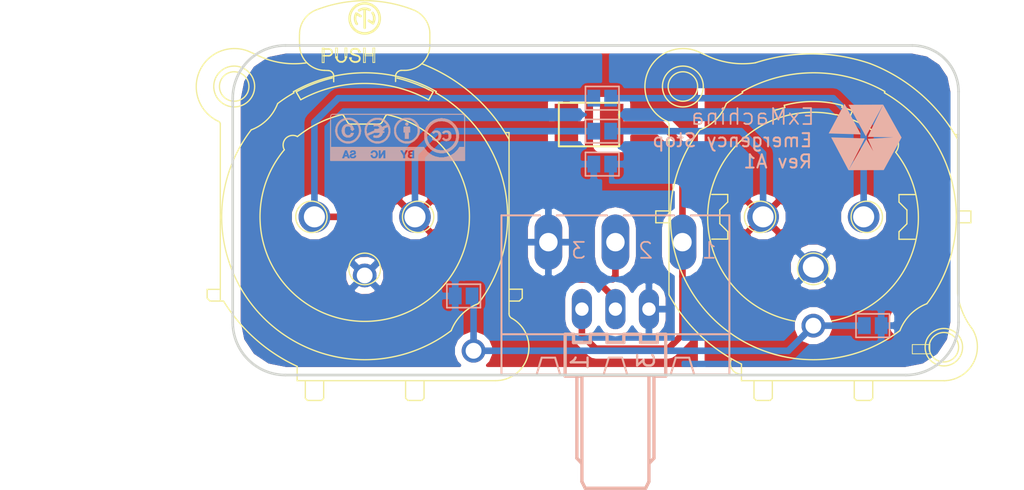
<source format=kicad_pcb>
(kicad_pcb (version 4) (host pcbnew 4.0.6)
  (layers (0 F.Cu signal) (31 B.Cu signal) (34 B.Paste user) (35 F.Paste user) (36 B.SilkS user) (37 F.SilkS user) (38 B.Mask user) (39 F.Mask user) (44 Edge.Cuts user))
  (net 0 "")
  (net 1 /24V_IN)
  (net 2 /SIG_IN)
  (net 3 /GND_IN)
  (net 4 /24V_OUT)
  (net 5 /SIG_OUT)
  (net 6 /GND_OUT)
  (net 7 /GND_MECA)
  (net 8 /+24V)
  (module NC3FAV2 (layer F.Cu) (at 100 101)
    (fp_text reference J1)
    (fp_text value XLR3)
    (pad 1 thru_hole circle (at 3.81 0) (size 2.39776 2.39776) (drill 1.59766) (layers *.Cu *.Paste *.Mask) (net 1 /24V_IN))
    (pad 2 thru_hole circle (at -3.81 0) (size 2.39776 2.39776) (drill 1.59766) (layers *.Cu *.Paste *.Mask) (net 2 /SIG_IN))
    (pad 3 thru_hole circle (at 0 4.44754) (size 1.79832 1.79832) (drill 1.19888) (layers *.Cu *.Paste *.Mask) (net 3 /GND_IN))
    (pad G thru_hole circle (at 8.24992 10.16) (size 1.79832 1.79832) (drill 1.19888) (layers *.Cu *.Paste *.Mask) (net 7 /GND_MECA))
  )
  (module NC3MAV (layer F.Cu) (at 134 101)
    (fp_text reference J2)
    (fp_text value XLR3)
    (pad 1 thru_hole circle (at -3.81 0) (size 2.39776 2.39776) (drill 1.59766) (layers *.Cu *.Paste *.Mask) (net 4 /24V_OUT))
    (pad 2 thru_hole circle (at 3.81 0) (size 2.39776 2.39776) (drill 1.59766) (layers *.Cu *.Paste *.Mask) (net 5 /SIG_OUT))
    (pad 3 thru_hole circle (at 0 3.81) (size 2.39776 2.39776) (drill 1.59766) (layers *.Cu *.Paste *.Mask) (net 6 /GND_OUT))
    (pad G thru_hole circle (at 0 8.255) (size 1.79832 1.79832) (drill 1.19888) (layers *.Cu *.Paste *.Mask) (net 7 /GND_MECA))
  )
  (module 22-05-7038 (layer B.Cu) (at 119 108 180)
    (fp_text reference J4)
    (fp_text value 22-05-7038)
    (fp_text user 1 (at 2.68986 -4.03606 270) (layer B.SilkS) (effects (font (size 1.27 1.27) (thickness 0.1778)) (justify mirror)))
    (fp_text user 3 (at -2.3368 -3.90906 270) (layer B.SilkS) (effects (font (size 1.27 1.27) (thickness 0.1778)) (justify mirror)))
    (pad 1 thru_hole oval (at 2.54 0) (size 1.524 3.048) (drill 1.016) (layers *.Cu *.Paste *.Mask) (net 8 /+24V))
    (pad 2 thru_hole oval (at 0 0) (size 1.524 3.048) (drill 1.016) (layers *.Cu *.Paste *.Mask) (net 2 /SIG_IN))
    (pad 3 thru_hole oval (at -2.54 0) (size 1.524 3.048) (drill 1.016) (layers *.Cu *.Paste *.Mask) (net 3 /GND_IN))
  )
  (module MSTBA3 (layer B.Cu) (at 119 108 180)
    (fp_text reference J3)
    (fp_text value MSTBA2.5/3)
    (fp_text user 1 (at -7.112 4.445 180) (layer B.SilkS) (effects (font (size 1.2065 1.2065) (thickness 0.127)) (justify mirror)))
    (fp_text user 2 (at -2.286 4.445 180) (layer B.SilkS) (effects (font (size 1.2065 1.2065) (thickness 0.127)) (justify mirror)))
    (fp_text user 3 (at 2.794 4.445 180) (layer B.SilkS) (effects (font (size 1.2065 1.2065) (thickness 0.127)) (justify mirror)))
    (pad 1 thru_hole oval (at -5.08 5.08 90) (size 4.191 2.0955) (drill 1.397) (layers *.Cu *.Mask) (net 8 /+24V))
    (pad 2 thru_hole oval (at 0 5.08 90) (size 4.191 2.0955) (drill 1.397) (layers *.Cu *.Mask) (net 2 /SIG_IN))
    (pad 3 thru_hole oval (at 5.08 5.08 90) (size 4.191 2.0955) (drill 1.397) (layers *.Cu *.Mask) (net 3 /GND_IN))
  )
  (module CC-BY-NC-SA (layer B.Cu) (at 102.5 95 180)
    (fp_text reference S? hide)
    (fp_text value CC-BY-NC-SA hide)
  )
  (module EXM-LOGO-BASELINE (layer B.Cu) (at 138 95 180)
    (fp_text reference T3 hide)
    (fp_text value EXMACHINA-LOGO-NAME hide)
    (fp_text user ExMachina (at 3.81 0.889 360) (layer B.SilkS) (effects (font (size 1.2065 1.2065) (thickness 0.127)) (justify left bottom mirror)))
  )
  (module Connect:GS2 (layer B.Cu) (at 118 92 270)
    (fp_text reference JP2)
    (fp_text value Jumper)
    (pad 1 smd rect (at 0 0.64 270) (size 1.27 0.97) (layers B.Cu B.Paste B.Mask) (net 2 /SIG_IN))
    (pad 2 smd rect (at 0 -0.64 270) (size 1.27 0.97) (layers B.Cu B.Paste B.Mask) (net 5 /SIG_OUT))
  )
  (module Fiducials:Fiducial_1mm_Dia_2.54mm_Outer_CopperTop (layer F.Cu) (at 141.5 91.5)
    (fp_text reference REF** hide)
    (fp_text value Fiducial hide)
    (pad ~ smd circle (at 0 0) (size 1 1) (layers F.Cu F.Mask) (clearance 0.77))
  )
  (module Fiducials:Fiducial_1mm_Dia_2.54mm_Outer_CopperTop (layer F.Cu) (at 94 92)
    (fp_text reference REF** hide)
    (fp_text value Fiducial hide)
    (pad ~ smd circle (at 0 0) (size 1 1) (layers F.Cu F.Mask) (clearance 0.77))
  )
  (module Fiducials:Fiducial_1mm_Dia_2.54mm_Outer_CopperTop (layer F.Cu) (at 94 109)
    (fp_text reference REF** hide)
    (fp_text value Fiducial hide)
    (pad ~ smd circle (at 0 0) (size 1 1) (layers F.Cu F.Mask) (clearance 0.77))
  )
  (module Fiducials:Fiducial_1mm_Dia_2.54mm_Outer_CopperTop (layer F.Cu) (at 141 109)
    (fp_text reference REF** hide)
    (fp_text value Fiducial hide)
    (pad ~ smd circle (at 0 0) (size 1 1) (layers F.Cu F.Mask) (clearance 0.77))
  )
  (module Connect:GS2 (layer B.Cu) (at 138.5 109.25 270)
    (fp_text reference JP5)
    (fp_text value Jumper)
    (pad 1 smd rect (at 0 0.64 270) (size 1.27 0.97) (layers B.Cu B.Paste B.Mask) (net 7 /GND_MECA))
    (pad 2 smd rect (at 0 -0.64 270) (size 1.27 0.97) (layers B.Cu B.Paste B.Mask) (net 6 /GND_OUT))
  )
  (module Connect:GS2 (layer B.Cu) (at 107.5 107 90)
    (fp_text reference JP4)
    (fp_text value Jumper)
    (pad 1 smd rect (at 0 0.64 90) (size 1.27 0.97) (layers B.Cu B.Paste B.Mask) (net 7 /GND_MECA))
    (pad 2 smd rect (at 0 -0.64 90) (size 1.27 0.97) (layers B.Cu B.Paste B.Mask) (net 3 /GND_IN))
  )
  (module Connect:GS2 (layer B.Cu) (at 118 94.5 270)
    (fp_text reference JP1)
    (fp_text value Jumper)
    (pad 1 smd rect (at 0 0.64 270) (size 1.27 0.97) (layers B.Cu B.Paste B.Mask) (net 1 /24V_IN))
    (pad 2 smd rect (at 0 -0.64 270) (size 1.27 0.97) (layers B.Cu B.Paste B.Mask) (net 4 /24V_OUT))
  )
  (module Connect:GS2 (layer B.Cu) (at 118 97 270)
    (fp_text reference JP3)
    (fp_text value Jumper)
    (pad 1 smd rect (at 0 0.64 270) (size 1.27 0.97) (layers B.Cu B.Paste B.Mask) (net 3 /GND_IN))
    (pad 2 smd rect (at 0 -0.64 270) (size 1.27 0.97) (layers B.Cu B.Paste B.Mask) (net 6 /GND_OUT))
  )
  (module Fuse:LittleFuse_1812L (layer F.Cu) (at 117 94)
    (fp_text reference F1)
    (fp_text value 1812L110/24DR)
    (pad 1 smd rect (at -1.7145 0 180) (size 1.778 3.1496) (layers F.Cu F.Paste F.Mask) (net 1 /24V_IN))
    (pad 2 smd rect (at 1.7145 0) (size 1.778 3.1496) (layers F.Cu F.Paste F.Mask) (net 8 /+24V))
  )
  (gr_text "Emergency Stop\nRev A1" (at 134 96) (layer B.SilkS) (effects (font (size 1 1)) (justify left mirror)))
  (gr_arc (start 94 109) (end 94 113) (angle 90) (layer Edge.Cuts) (width 0.2))
  (gr_arc (start 141 109) (end 145 109) (angle 90) (layer Edge.Cuts) (width 0.2))
  (gr_arc (start 141.5 91.5) (end 141.5 88) (angle 90) (layer Edge.Cuts) (width 0.2))
  (gr_arc (start 94 92) (end 90 92) (angle 90) (layer Edge.Cuts) (width 0.2))
  (gr_line (start 141 113) (end 94 113) (layer Edge.Cuts) (width 0.2))
  (gr_line (start 90 109) (end 90 92) (layer Edge.Cuts) (width 0.2))
  (gr_line (start 145 91.5) (end 145 109) (layer Edge.Cuts) (width 0.2))
  (gr_line (start 94 88) (end 141.5 88) (layer Edge.Cuts) (width 0.2))
  (segment (start 103.81 101) (end 103.81 96.19) (width 0.5) (layer B.Cu) (net 1))
  (segment (start 110.31 94.5) (end 117.36 94.5) (width 0.5) (layer B.Cu) (net 1))
  (segment (start 103.81 96.19) (end 105.5 94.5) (width 0.5) (layer B.Cu) (net 1))
  (segment (start 105.5 94.5) (end 110.31 94.5) (width 0.5) (layer B.Cu) (net 1))
  (segment (start 117.75 105.75) (end 117.512 105.75) (width 0.5) (layer F.Cu) (net 2))
  (segment (start 119 102.92) (end 119 105.5155) (width 0.5) (layer F.Cu) (net 2))
  (segment (start 119 105.5155) (end 118.7655 105.75) (width 0.5) (layer F.Cu) (net 2))
  (segment (start 118.7655 105.75) (end 117.75 105.75) (width 0.5) (layer F.Cu) (net 2))
  (segment (start 117.762 106) (end 117.512 105.75) (width 0.5) (layer F.Cu) (net 2))
  (segment (start 109.75 103.75) (end 102.75 103.75) (width 0.5) (layer F.Cu) (net 2))
  (segment (start 117.512 105.75) (end 115.25 105.75) (width 0.5) (layer F.Cu) (net 2))
  (segment (start 115.25 105.75) (end 115 106) (width 0.5) (layer F.Cu) (net 2))
  (segment (start 115 106) (end 112 106) (width 0.5) (layer F.Cu) (net 2))
  (segment (start 112 106) (end 109.75 103.75) (width 0.5) (layer F.Cu) (net 2))
  (segment (start 100 101) (end 96.19 101) (width 0.5) (layer F.Cu) (net 2))
  (segment (start 102.75 103.75) (end 100 101) (width 0.5) (layer F.Cu) (net 2))
  (segment (start 119 108) (end 119 107.238) (width 0.5) (layer F.Cu) (net 2))
  (segment (start 119 107.238) (end 117.762 106) (width 0.5) (layer F.Cu) (net 2))
  (segment (start 96.19 93.81) (end 98 92) (width 0.5) (layer B.Cu) (net 2))
  (segment (start 98 92) (end 105.19 92) (width 0.5) (layer B.Cu) (net 2))
  (segment (start 96.19 101) (end 96.19 93.81) (width 0.5) (layer B.Cu) (net 2))
  (segment (start 117.36 92) (end 105.19 92) (width 0.5) (layer B.Cu) (net 2))
  (segment (start 118.64 94.5) (end 128.5 94.5) (width 0.5) (layer B.Cu) (net 4))
  (segment (start 128.5 94.5) (end 130.19 96.19) (width 0.5) (layer B.Cu) (net 4))
  (segment (start 130.19 96.19) (end 130.19 101) (width 0.5) (layer B.Cu) (net 4))
  (segment (start 118.64 92) (end 135.5 92) (width 0.5) (layer B.Cu) (net 5))
  (segment (start 135.5 92) (end 137.81 94.31) (width 0.5) (layer B.Cu) (net 5))
  (segment (start 137.81 94.31) (end 137.81 101) (width 0.5) (layer B.Cu) (net 5))
  (segment (start 119.625 97) (end 125 97) (width 0.5) (layer B.Cu) (net 6))
  (segment (start 118.64 97) (end 119.625 97) (width 0.5) (layer B.Cu) (net 6))
  (segment (start 108.24992 111.16) (end 108.24992 107.10992) (width 0.5) (layer B.Cu) (net 7))
  (segment (start 108.24992 107.10992) (end 108.14 107) (width 0.5) (layer B.Cu) (net 7))
  (segment (start 108.24992 111.16) (end 132.095 111.16) (width 0.5) (layer B.Cu) (net 7))
  (segment (start 132.095 111.16) (end 134 109.255) (width 0.5) (layer B.Cu) (net 7))
  (segment (start 134 109.255) (end 137.855 109.255) (width 0.5) (layer B.Cu) (net 7))
  (segment (start 137.855 109.255) (end 137.86 109.25) (width 0.5) (layer B.Cu) (net 7))
  (segment (start 108.25 111.15992) (end 108.24992 111.16) (width 0.5) (layer B.Cu) (net 7))
  (segment (start 118.7145 94) (end 122.5 94) (width 0.5) (layer F.Cu) (net 8))
  (segment (start 122.5 94) (end 124.08 95.58) (width 0.5) (layer F.Cu) (net 8))
  (segment (start 124.08 95.58) (end 124.08 102.92) (width 0.5) (layer F.Cu) (net 8))
  (segment (start 116.46 108) (end 116.46 109.96) (width 0.5) (layer F.Cu) (net 8))
  (segment (start 116.46 109.96) (end 117.5 111) (width 0.5) (layer F.Cu) (net 8))
  (segment (start 117.5 111) (end 123 111) (width 0.5) (layer F.Cu) (net 8))
  (segment (start 123 111) (end 124.08 109.92) (width 0.5) (layer F.Cu) (net 8))
  (segment (start 124.08 109.92) (end 124.08 105.5155) (width 0.5) (layer F.Cu) (net 8))
  (segment (start 124.08 105.5155) (end 124.08 102.92) (width 0.5) (layer F.Cu) (net 8))
  (zone (net 3) (net_name /GND_IN) (layer B.Cu) (priority 1) (connect_pads (clearance 0.508)) (min_thickness 0.254) (fill yes (arc_segments 16) (thermal_gap 0.508) (thermal_bridge_width 0.508))
    (polygon (pts (xy 123.5 113) (xy 123.5 99) (xy 118 99) (xy 118 88) (xy 90 88) (xy 90 113)))
  )
  (zone (net 6) (net_name /GND_OUT) (layer B.Cu) (connect_pads (clearance 0.508)) (min_thickness 0.254) (fill yes (arc_segments 16) (thermal_gap 0.508) (thermal_bridge_width 0.508))
    (polygon (pts (xy 117 113) (xy 117 88) (xy 145 88) (xy 145 113)))
  )
  (zone (net 1) (net_name /24V_IN) (layer F.Cu) (priority 1) (connect_pads (clearance 0.508)) (min_thickness 0.254) (fill yes (arc_segments 16) (thermal_gap 0.508) (thermal_bridge_width 0.508))
    (polygon (pts (xy 90 88) (xy 117 88) (xy 125.25 88) (xy 125.25 113) (xy 90 113)))
  )
  (zone (net 4) (net_name /24V_OUT) (layer F.Cu) (connect_pads (clearance 0.508)) (min_thickness 0.254) (fill yes (arc_segments 16) (thermal_gap 0.508) (thermal_bridge_width 0.508))
    (polygon (pts (xy 117 113) (xy 145 113) (xy 145 88) (xy 117 88) (xy 117 93) (xy 117 93)))
  )
)
</source>
